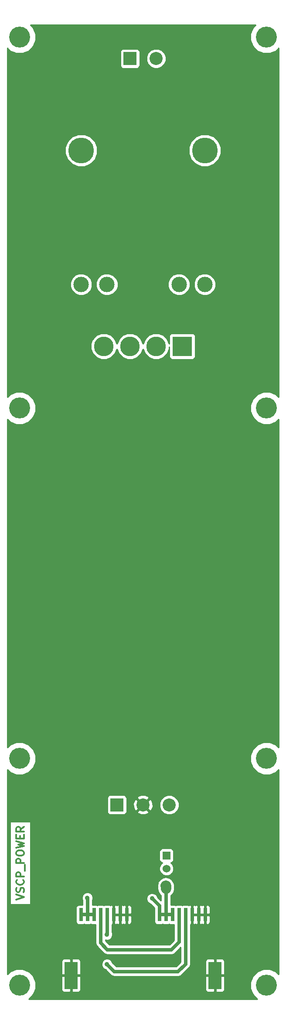
<source format=gtl>
G04 (created by PCBNEW (2013-may-18)-stable) date Sun 26 Oct 2014 10:24:33 PM CET*
%MOIN*%
G04 Gerber Fmt 3.4, Leading zero omitted, Abs format*
%FSLAX34Y34*%
G01*
G70*
G90*
G04 APERTURE LIST*
%ADD10C,0.00590551*%
%ADD11C,0.011811*%
%ADD12C,0.19685*%
%ADD13C,0.11811*%
%ADD14C,0.15*%
%ADD15R,0.15X0.15*%
%ADD16R,0.1X0.1*%
%ADD17C,0.1*%
%ADD18C,0.16*%
%ADD19R,0.0251968X0.1*%
%ADD20R,0.0996063X0.205118*%
%ADD21R,0.06X0.06*%
%ADD22C,0.06*%
%ADD23C,0.035*%
%ADD24C,0.0251968*%
%ADD25C,0.0787402*%
%ADD26C,0.01*%
G04 APERTURE END LIST*
G54D10*
G54D11*
X34404Y-96597D02*
X34994Y-96400D01*
X34404Y-96203D01*
X34966Y-96034D02*
X34994Y-95950D01*
X34994Y-95809D01*
X34966Y-95753D01*
X34938Y-95725D01*
X34882Y-95697D01*
X34826Y-95697D01*
X34769Y-95725D01*
X34741Y-95753D01*
X34713Y-95809D01*
X34685Y-95922D01*
X34657Y-95978D01*
X34629Y-96006D01*
X34573Y-96034D01*
X34516Y-96034D01*
X34460Y-96006D01*
X34432Y-95978D01*
X34404Y-95922D01*
X34404Y-95781D01*
X34432Y-95697D01*
X34938Y-95106D02*
X34966Y-95134D01*
X34994Y-95219D01*
X34994Y-95275D01*
X34966Y-95359D01*
X34910Y-95416D01*
X34854Y-95444D01*
X34741Y-95472D01*
X34657Y-95472D01*
X34544Y-95444D01*
X34488Y-95416D01*
X34432Y-95359D01*
X34404Y-95275D01*
X34404Y-95219D01*
X34432Y-95134D01*
X34460Y-95106D01*
X34994Y-94853D02*
X34404Y-94853D01*
X34404Y-94628D01*
X34432Y-94572D01*
X34460Y-94544D01*
X34516Y-94516D01*
X34601Y-94516D01*
X34657Y-94544D01*
X34685Y-94572D01*
X34713Y-94628D01*
X34713Y-94853D01*
X35051Y-94403D02*
X35051Y-93953D01*
X34994Y-93813D02*
X34404Y-93813D01*
X34404Y-93588D01*
X34432Y-93532D01*
X34460Y-93503D01*
X34516Y-93475D01*
X34601Y-93475D01*
X34657Y-93503D01*
X34685Y-93532D01*
X34713Y-93588D01*
X34713Y-93813D01*
X34404Y-93110D02*
X34404Y-92997D01*
X34432Y-92941D01*
X34488Y-92885D01*
X34601Y-92857D01*
X34798Y-92857D01*
X34910Y-92885D01*
X34966Y-92941D01*
X34994Y-92997D01*
X34994Y-93110D01*
X34966Y-93166D01*
X34910Y-93222D01*
X34798Y-93250D01*
X34601Y-93250D01*
X34488Y-93222D01*
X34432Y-93166D01*
X34404Y-93110D01*
X34404Y-92660D02*
X34994Y-92519D01*
X34573Y-92407D01*
X34994Y-92294D01*
X34404Y-92154D01*
X34685Y-91929D02*
X34685Y-91732D01*
X34994Y-91647D02*
X34994Y-91929D01*
X34404Y-91929D01*
X34404Y-91647D01*
X34994Y-91057D02*
X34713Y-91254D01*
X34994Y-91394D02*
X34404Y-91394D01*
X34404Y-91169D01*
X34432Y-91113D01*
X34460Y-91085D01*
X34516Y-91057D01*
X34601Y-91057D01*
X34657Y-91085D01*
X34685Y-91113D01*
X34713Y-91169D01*
X34713Y-91394D01*
G54D12*
X39370Y-39370D03*
X48818Y-39370D03*
G54D13*
X39370Y-49606D03*
X41338Y-49606D03*
X48818Y-49606D03*
X46850Y-49606D03*
G54D14*
X45094Y-54330D03*
X43094Y-54330D03*
G54D15*
X47094Y-54330D03*
G54D14*
X41094Y-54330D03*
G54D16*
X42094Y-89370D03*
G54D17*
X44094Y-89370D03*
X46094Y-89370D03*
G54D16*
X43094Y-32350D03*
G54D17*
X45094Y-32350D03*
G54D18*
X34645Y-59055D03*
X53543Y-59055D03*
X34645Y-85826D03*
X53543Y-85826D03*
G54D19*
X41344Y-97751D03*
X41844Y-97751D03*
X42344Y-97751D03*
X42844Y-97751D03*
X40844Y-97751D03*
X40344Y-97751D03*
X39844Y-97751D03*
X39344Y-97751D03*
X45344Y-97751D03*
X45844Y-97751D03*
X46344Y-97751D03*
X46844Y-97751D03*
X47344Y-97751D03*
X47844Y-97751D03*
X48344Y-97751D03*
X48844Y-97751D03*
G54D20*
X38594Y-102395D03*
X49594Y-102395D03*
G54D18*
X53543Y-30708D03*
G54D21*
X45893Y-93240D03*
G54D22*
X45893Y-94240D03*
G54D18*
X34645Y-30708D03*
X34645Y-103149D03*
X53543Y-103149D03*
G54D23*
X42338Y-95338D03*
X39838Y-96464D03*
X44791Y-96523D03*
X45838Y-95531D03*
X41342Y-99275D03*
X41338Y-101551D03*
G54D24*
X42344Y-97751D02*
X42344Y-95757D01*
G54D25*
X42338Y-95338D02*
X42338Y-95751D01*
G54D24*
X42344Y-95757D02*
X42338Y-95751D01*
X46844Y-97751D02*
X46844Y-99852D01*
X40844Y-99915D02*
X40844Y-97751D01*
X41358Y-100429D02*
X40844Y-99915D01*
X46267Y-100429D02*
X41358Y-100429D01*
X46844Y-99852D02*
X46267Y-100429D01*
X45344Y-97751D02*
X45344Y-97076D01*
X39844Y-96470D02*
X39844Y-97751D01*
X39838Y-96464D02*
X39844Y-96470D01*
X45344Y-97076D02*
X44791Y-96523D01*
X45844Y-97751D02*
X45844Y-95785D01*
G54D26*
X45844Y-95785D02*
X45850Y-95779D01*
G54D25*
X45850Y-95543D02*
X45850Y-95779D01*
X45838Y-95531D02*
X45850Y-95543D01*
G54D24*
X45844Y-97751D02*
X46344Y-97751D01*
X45844Y-97751D02*
X45344Y-97751D01*
X39844Y-97751D02*
X40344Y-97751D01*
X39344Y-97751D02*
X39844Y-97751D01*
X47344Y-97751D02*
X47344Y-101529D01*
X41344Y-99273D02*
X41344Y-97751D01*
X41342Y-99275D02*
X41344Y-99273D01*
X41889Y-102102D02*
X41338Y-101551D01*
X46771Y-102102D02*
X41889Y-102102D01*
X47344Y-101529D02*
X46771Y-102102D01*
G54D10*
G36*
X54457Y-102305D02*
X54248Y-102095D01*
X53791Y-101906D01*
X53297Y-101905D01*
X52839Y-102094D01*
X52489Y-102444D01*
X52299Y-102901D01*
X52299Y-103395D01*
X52488Y-103853D01*
X52832Y-104197D01*
X50342Y-104197D01*
X50342Y-103371D01*
X50342Y-101419D01*
X50342Y-101320D01*
X50304Y-101228D01*
X50233Y-101158D01*
X50142Y-101120D01*
X50053Y-101120D01*
X50053Y-39125D01*
X49865Y-38671D01*
X49518Y-38324D01*
X49065Y-38136D01*
X48574Y-38135D01*
X48120Y-38323D01*
X47773Y-38670D01*
X47584Y-39123D01*
X47584Y-39614D01*
X47771Y-40068D01*
X48118Y-40415D01*
X48572Y-40604D01*
X49063Y-40604D01*
X49517Y-40417D01*
X49864Y-40070D01*
X50052Y-39616D01*
X50053Y-39125D01*
X50053Y-101120D01*
X49706Y-101120D01*
X49659Y-101167D01*
X49659Y-49439D01*
X49531Y-49130D01*
X49295Y-48894D01*
X48986Y-48765D01*
X48652Y-48765D01*
X48343Y-48893D01*
X48106Y-49129D01*
X47978Y-49438D01*
X47978Y-49772D01*
X48105Y-50081D01*
X48342Y-50318D01*
X48650Y-50446D01*
X48985Y-50446D01*
X49294Y-50319D01*
X49531Y-50083D01*
X49659Y-49774D01*
X49659Y-49439D01*
X49659Y-101167D01*
X49644Y-101182D01*
X49644Y-102345D01*
X50280Y-102345D01*
X50342Y-102283D01*
X50342Y-101419D01*
X50342Y-103371D01*
X50342Y-102508D01*
X50280Y-102445D01*
X49644Y-102445D01*
X49644Y-103608D01*
X49706Y-103671D01*
X50142Y-103671D01*
X50233Y-103633D01*
X50304Y-103563D01*
X50342Y-103471D01*
X50342Y-103371D01*
X50342Y-104197D01*
X49544Y-104197D01*
X49544Y-103608D01*
X49544Y-102445D01*
X49544Y-102345D01*
X49544Y-101182D01*
X49481Y-101120D01*
X49220Y-101120D01*
X49220Y-98202D01*
X49220Y-97301D01*
X49220Y-97202D01*
X49182Y-97110D01*
X49111Y-97039D01*
X49019Y-97001D01*
X48956Y-97001D01*
X48894Y-97064D01*
X48894Y-97701D01*
X49157Y-97701D01*
X49220Y-97639D01*
X49220Y-97301D01*
X49220Y-98202D01*
X49220Y-97864D01*
X49157Y-97801D01*
X48894Y-97801D01*
X48894Y-98439D01*
X48956Y-98501D01*
X49019Y-98502D01*
X49111Y-98464D01*
X49182Y-98393D01*
X49220Y-98301D01*
X49220Y-98202D01*
X49220Y-101120D01*
X49046Y-101120D01*
X48955Y-101158D01*
X48884Y-101228D01*
X48846Y-101320D01*
X48846Y-101419D01*
X48846Y-102283D01*
X48908Y-102345D01*
X49544Y-102345D01*
X49544Y-102445D01*
X48908Y-102445D01*
X48846Y-102508D01*
X48846Y-103371D01*
X48846Y-103471D01*
X48884Y-103563D01*
X48955Y-103633D01*
X49046Y-103671D01*
X49481Y-103671D01*
X49544Y-103608D01*
X49544Y-104197D01*
X48794Y-104196D01*
X48794Y-98439D01*
X48794Y-97801D01*
X48794Y-97701D01*
X48794Y-97064D01*
X48731Y-97001D01*
X48668Y-97001D01*
X48594Y-97032D01*
X48519Y-97001D01*
X48456Y-97001D01*
X48394Y-97064D01*
X48394Y-97701D01*
X48531Y-97701D01*
X48657Y-97701D01*
X48794Y-97701D01*
X48794Y-97801D01*
X48657Y-97801D01*
X48531Y-97801D01*
X48394Y-97801D01*
X48394Y-98439D01*
X48456Y-98501D01*
X48519Y-98502D01*
X48594Y-98471D01*
X48668Y-98502D01*
X48731Y-98501D01*
X48794Y-98439D01*
X48794Y-104196D01*
X48294Y-104196D01*
X48294Y-98439D01*
X48294Y-97801D01*
X48294Y-97701D01*
X48294Y-97064D01*
X48231Y-97001D01*
X48168Y-97001D01*
X48094Y-97032D01*
X48094Y-55031D01*
X48094Y-53531D01*
X48056Y-53439D01*
X47986Y-53368D01*
X47894Y-53330D01*
X47794Y-53330D01*
X47691Y-53330D01*
X47691Y-49439D01*
X47563Y-49130D01*
X47327Y-48894D01*
X47018Y-48765D01*
X46683Y-48765D01*
X46374Y-48893D01*
X46138Y-49129D01*
X46009Y-49438D01*
X46009Y-49772D01*
X46137Y-50081D01*
X46373Y-50318D01*
X46682Y-50446D01*
X47016Y-50446D01*
X47325Y-50319D01*
X47562Y-50083D01*
X47690Y-49774D01*
X47691Y-49439D01*
X47691Y-53330D01*
X46294Y-53330D01*
X46203Y-53368D01*
X46132Y-53438D01*
X46094Y-53530D01*
X46094Y-53630D01*
X46094Y-54132D01*
X45942Y-53764D01*
X45844Y-53666D01*
X45844Y-32201D01*
X45730Y-31926D01*
X45519Y-31714D01*
X45244Y-31600D01*
X44945Y-31600D01*
X44670Y-31714D01*
X44459Y-31924D01*
X44344Y-32200D01*
X44344Y-32498D01*
X44458Y-32774D01*
X44669Y-32985D01*
X44944Y-33100D01*
X45243Y-33100D01*
X45518Y-32986D01*
X45729Y-32775D01*
X45844Y-32500D01*
X45844Y-32201D01*
X45844Y-53666D01*
X45661Y-53483D01*
X45294Y-53330D01*
X44896Y-53330D01*
X44528Y-53482D01*
X44247Y-53763D01*
X44094Y-54130D01*
X44094Y-54132D01*
X43942Y-53764D01*
X43844Y-53666D01*
X43844Y-32800D01*
X43844Y-31800D01*
X43806Y-31708D01*
X43736Y-31638D01*
X43644Y-31600D01*
X43544Y-31600D01*
X42544Y-31600D01*
X42453Y-31638D01*
X42382Y-31708D01*
X42344Y-31800D01*
X42344Y-31899D01*
X42344Y-32899D01*
X42382Y-32991D01*
X42452Y-33062D01*
X42544Y-33100D01*
X42643Y-33100D01*
X43643Y-33100D01*
X43735Y-33062D01*
X43806Y-32992D01*
X43844Y-32900D01*
X43844Y-32800D01*
X43844Y-53666D01*
X43661Y-53483D01*
X43294Y-53330D01*
X42896Y-53330D01*
X42528Y-53482D01*
X42247Y-53763D01*
X42179Y-53927D01*
X42179Y-49439D01*
X42051Y-49130D01*
X41815Y-48894D01*
X41506Y-48765D01*
X41172Y-48765D01*
X40863Y-48893D01*
X40626Y-49129D01*
X40604Y-49182D01*
X40604Y-39125D01*
X40417Y-38671D01*
X40070Y-38324D01*
X39616Y-38136D01*
X39125Y-38135D01*
X38671Y-38323D01*
X38324Y-38670D01*
X38136Y-39123D01*
X38135Y-39614D01*
X38323Y-40068D01*
X38670Y-40415D01*
X39123Y-40604D01*
X39614Y-40604D01*
X40068Y-40417D01*
X40415Y-40070D01*
X40604Y-39616D01*
X40604Y-39125D01*
X40604Y-49182D01*
X40498Y-49438D01*
X40497Y-49772D01*
X40625Y-50081D01*
X40861Y-50318D01*
X41170Y-50446D01*
X41505Y-50446D01*
X41814Y-50319D01*
X42050Y-50083D01*
X42178Y-49774D01*
X42179Y-49439D01*
X42179Y-53927D01*
X42094Y-54130D01*
X42094Y-54132D01*
X41942Y-53764D01*
X41661Y-53483D01*
X41294Y-53330D01*
X40896Y-53330D01*
X40528Y-53482D01*
X40247Y-53763D01*
X40210Y-53851D01*
X40210Y-49439D01*
X40083Y-49130D01*
X39846Y-48894D01*
X39538Y-48765D01*
X39203Y-48765D01*
X38894Y-48893D01*
X38657Y-49129D01*
X38529Y-49438D01*
X38529Y-49772D01*
X38657Y-50081D01*
X38893Y-50318D01*
X39202Y-50446D01*
X39536Y-50446D01*
X39845Y-50319D01*
X40082Y-50083D01*
X40210Y-49774D01*
X40210Y-49439D01*
X40210Y-53851D01*
X40094Y-54130D01*
X40094Y-54528D01*
X40246Y-54896D01*
X40527Y-55177D01*
X40894Y-55330D01*
X41292Y-55330D01*
X41660Y-55178D01*
X41941Y-54897D01*
X42094Y-54530D01*
X42094Y-54528D01*
X42246Y-54896D01*
X42527Y-55177D01*
X42894Y-55330D01*
X43292Y-55330D01*
X43660Y-55178D01*
X43941Y-54897D01*
X44094Y-54530D01*
X44094Y-54528D01*
X44246Y-54896D01*
X44527Y-55177D01*
X44894Y-55330D01*
X45292Y-55330D01*
X45660Y-55178D01*
X45941Y-54897D01*
X46094Y-54530D01*
X46094Y-54380D01*
X46094Y-55130D01*
X46132Y-55222D01*
X46202Y-55292D01*
X46294Y-55330D01*
X46393Y-55330D01*
X47893Y-55330D01*
X47985Y-55292D01*
X48056Y-55222D01*
X48094Y-55130D01*
X48094Y-55031D01*
X48094Y-97032D01*
X48094Y-97032D01*
X48019Y-97001D01*
X47956Y-97001D01*
X47894Y-97064D01*
X47894Y-97701D01*
X48031Y-97701D01*
X48157Y-97701D01*
X48294Y-97701D01*
X48294Y-97801D01*
X48157Y-97801D01*
X48031Y-97801D01*
X47894Y-97801D01*
X47894Y-98439D01*
X47956Y-98501D01*
X48019Y-98502D01*
X48094Y-98471D01*
X48168Y-98502D01*
X48231Y-98501D01*
X48294Y-98439D01*
X48294Y-104196D01*
X47794Y-104196D01*
X47794Y-98439D01*
X47794Y-97801D01*
X47786Y-97801D01*
X47786Y-97701D01*
X47794Y-97701D01*
X47794Y-97064D01*
X47731Y-97001D01*
X47668Y-97001D01*
X47594Y-97032D01*
X47520Y-97002D01*
X47420Y-97001D01*
X47168Y-97001D01*
X47094Y-97032D01*
X47020Y-97002D01*
X46920Y-97001D01*
X46844Y-97001D01*
X46844Y-89221D01*
X46730Y-88945D01*
X46519Y-88734D01*
X46244Y-88620D01*
X45945Y-88619D01*
X45670Y-88733D01*
X45459Y-88944D01*
X45344Y-89220D01*
X45344Y-89518D01*
X45458Y-89794D01*
X45669Y-90005D01*
X45944Y-90119D01*
X46243Y-90120D01*
X46518Y-90006D01*
X46729Y-89795D01*
X46844Y-89519D01*
X46844Y-89221D01*
X46844Y-97001D01*
X46668Y-97001D01*
X46594Y-97032D01*
X46520Y-97002D01*
X46420Y-97001D01*
X46220Y-97001D01*
X46220Y-96291D01*
X46305Y-96234D01*
X46445Y-96025D01*
X46494Y-95779D01*
X46494Y-95543D01*
X46445Y-95296D01*
X46445Y-95296D01*
X46443Y-95295D01*
X46443Y-94131D01*
X46360Y-93929D01*
X46221Y-93790D01*
X46243Y-93790D01*
X46335Y-93752D01*
X46405Y-93681D01*
X46443Y-93590D01*
X46443Y-93490D01*
X46443Y-92890D01*
X46405Y-92798D01*
X46335Y-92728D01*
X46243Y-92690D01*
X46144Y-92690D01*
X45544Y-92690D01*
X45452Y-92728D01*
X45381Y-92798D01*
X45343Y-92890D01*
X45343Y-92989D01*
X45343Y-93589D01*
X45381Y-93681D01*
X45451Y-93751D01*
X45543Y-93790D01*
X45566Y-93790D01*
X45427Y-93928D01*
X45343Y-94130D01*
X45343Y-94349D01*
X45427Y-94551D01*
X45581Y-94706D01*
X45783Y-94790D01*
X46002Y-94790D01*
X46204Y-94706D01*
X46359Y-94552D01*
X46443Y-94350D01*
X46443Y-94131D01*
X46443Y-95295D01*
X46305Y-95088D01*
X46305Y-95088D01*
X46293Y-95076D01*
X46084Y-94936D01*
X45838Y-94887D01*
X45592Y-94936D01*
X45383Y-95076D01*
X45243Y-95285D01*
X45194Y-95531D01*
X45206Y-95590D01*
X45206Y-95779D01*
X45255Y-96025D01*
X45395Y-96234D01*
X45468Y-96283D01*
X45468Y-96669D01*
X45200Y-96401D01*
X45151Y-96283D01*
X45032Y-96163D01*
X44876Y-96098D01*
X44848Y-96098D01*
X44848Y-89499D01*
X44840Y-89201D01*
X44741Y-88962D01*
X44625Y-88910D01*
X44554Y-88980D01*
X44554Y-88839D01*
X44502Y-88723D01*
X44224Y-88616D01*
X43925Y-88624D01*
X43686Y-88723D01*
X43634Y-88839D01*
X44094Y-89299D01*
X44554Y-88839D01*
X44554Y-88980D01*
X44165Y-89370D01*
X44625Y-89829D01*
X44741Y-89778D01*
X44848Y-89499D01*
X44848Y-96098D01*
X44707Y-96098D01*
X44554Y-96161D01*
X44554Y-89900D01*
X44094Y-89440D01*
X44023Y-89511D01*
X44023Y-89370D01*
X43563Y-88910D01*
X43447Y-88962D01*
X43340Y-89240D01*
X43348Y-89538D01*
X43447Y-89778D01*
X43563Y-89829D01*
X44023Y-89370D01*
X44023Y-89511D01*
X43634Y-89900D01*
X43686Y-90016D01*
X43964Y-90123D01*
X44263Y-90115D01*
X44502Y-90016D01*
X44554Y-89900D01*
X44554Y-96161D01*
X44550Y-96163D01*
X44431Y-96282D01*
X44366Y-96438D01*
X44366Y-96607D01*
X44430Y-96764D01*
X44550Y-96883D01*
X44669Y-96933D01*
X44968Y-97232D01*
X44968Y-97251D01*
X44968Y-97301D01*
X44968Y-98301D01*
X45006Y-98393D01*
X45076Y-98463D01*
X45168Y-98501D01*
X45268Y-98502D01*
X45519Y-98502D01*
X45594Y-98471D01*
X45668Y-98501D01*
X45768Y-98502D01*
X46019Y-98502D01*
X46094Y-98471D01*
X46168Y-98501D01*
X46268Y-98502D01*
X46468Y-98502D01*
X46468Y-99696D01*
X46111Y-100053D01*
X43220Y-100053D01*
X43220Y-98202D01*
X43220Y-97301D01*
X43220Y-97202D01*
X43182Y-97110D01*
X43111Y-97039D01*
X43019Y-97001D01*
X42956Y-97001D01*
X42894Y-97064D01*
X42894Y-97701D01*
X43157Y-97701D01*
X43220Y-97639D01*
X43220Y-97301D01*
X43220Y-98202D01*
X43220Y-97864D01*
X43157Y-97801D01*
X42894Y-97801D01*
X42894Y-98439D01*
X42956Y-98501D01*
X43019Y-98502D01*
X43111Y-98464D01*
X43182Y-98393D01*
X43220Y-98301D01*
X43220Y-98202D01*
X43220Y-100053D01*
X42844Y-100053D01*
X42844Y-89820D01*
X42844Y-88820D01*
X42806Y-88728D01*
X42736Y-88658D01*
X42644Y-88620D01*
X42544Y-88620D01*
X41544Y-88620D01*
X41453Y-88658D01*
X41382Y-88728D01*
X41344Y-88820D01*
X41344Y-88919D01*
X41344Y-89919D01*
X41382Y-90011D01*
X41452Y-90081D01*
X41544Y-90120D01*
X41643Y-90120D01*
X42643Y-90120D01*
X42735Y-90082D01*
X42806Y-90011D01*
X42844Y-89920D01*
X42844Y-89820D01*
X42844Y-100053D01*
X42794Y-100053D01*
X42794Y-98439D01*
X42794Y-97801D01*
X42794Y-97701D01*
X42794Y-97064D01*
X42731Y-97001D01*
X42668Y-97001D01*
X42594Y-97032D01*
X42519Y-97001D01*
X42456Y-97001D01*
X42394Y-97064D01*
X42394Y-97701D01*
X42531Y-97701D01*
X42657Y-97701D01*
X42794Y-97701D01*
X42794Y-97801D01*
X42657Y-97801D01*
X42531Y-97801D01*
X42394Y-97801D01*
X42394Y-98439D01*
X42456Y-98501D01*
X42519Y-98502D01*
X42594Y-98471D01*
X42668Y-98502D01*
X42731Y-98501D01*
X42794Y-98439D01*
X42794Y-100053D01*
X42294Y-100053D01*
X42294Y-98439D01*
X42294Y-97801D01*
X42294Y-97701D01*
X42294Y-97064D01*
X42231Y-97001D01*
X42168Y-97001D01*
X42094Y-97032D01*
X42019Y-97001D01*
X41956Y-97001D01*
X41894Y-97064D01*
X41894Y-97701D01*
X42031Y-97701D01*
X42157Y-97701D01*
X42294Y-97701D01*
X42294Y-97801D01*
X42157Y-97801D01*
X42031Y-97801D01*
X41894Y-97801D01*
X41894Y-98439D01*
X41956Y-98501D01*
X42019Y-98502D01*
X42094Y-98471D01*
X42168Y-98502D01*
X42231Y-98501D01*
X42294Y-98439D01*
X42294Y-100053D01*
X41514Y-100053D01*
X41220Y-99759D01*
X41220Y-99685D01*
X41257Y-99700D01*
X41426Y-99700D01*
X41582Y-99636D01*
X41702Y-99516D01*
X41767Y-99360D01*
X41767Y-99191D01*
X41720Y-99077D01*
X41720Y-98501D01*
X41731Y-98501D01*
X41794Y-98439D01*
X41794Y-97801D01*
X41786Y-97801D01*
X41786Y-97701D01*
X41794Y-97701D01*
X41794Y-97064D01*
X41731Y-97001D01*
X41668Y-97001D01*
X41594Y-97032D01*
X41520Y-97002D01*
X41420Y-97001D01*
X41168Y-97001D01*
X41094Y-97032D01*
X41020Y-97002D01*
X40920Y-97001D01*
X40668Y-97001D01*
X40594Y-97032D01*
X40520Y-97002D01*
X40420Y-97001D01*
X40220Y-97001D01*
X40220Y-96653D01*
X40263Y-96549D01*
X40263Y-96380D01*
X40199Y-96224D01*
X40079Y-96104D01*
X39923Y-96039D01*
X39754Y-96039D01*
X39598Y-96104D01*
X39478Y-96223D01*
X39413Y-96379D01*
X39413Y-96548D01*
X39468Y-96681D01*
X39468Y-97001D01*
X39420Y-97001D01*
X39168Y-97001D01*
X39077Y-97039D01*
X39006Y-97110D01*
X38968Y-97202D01*
X38968Y-97301D01*
X38968Y-98301D01*
X39006Y-98393D01*
X39076Y-98463D01*
X39168Y-98501D01*
X39268Y-98502D01*
X39519Y-98502D01*
X39594Y-98471D01*
X39668Y-98501D01*
X39768Y-98502D01*
X40019Y-98502D01*
X40094Y-98471D01*
X40168Y-98501D01*
X40268Y-98502D01*
X40468Y-98502D01*
X40468Y-99915D01*
X40497Y-100059D01*
X40578Y-100181D01*
X41092Y-100694D01*
X41092Y-100694D01*
X41214Y-100776D01*
X41358Y-100805D01*
X46267Y-100805D01*
X46411Y-100776D01*
X46411Y-100776D01*
X46533Y-100694D01*
X46968Y-100260D01*
X46968Y-101373D01*
X46615Y-101726D01*
X42045Y-101726D01*
X41747Y-101428D01*
X41699Y-101310D01*
X41579Y-101191D01*
X41423Y-101126D01*
X41254Y-101126D01*
X41098Y-101190D01*
X40978Y-101310D01*
X40913Y-101466D01*
X40913Y-101635D01*
X40978Y-101791D01*
X41097Y-101911D01*
X41216Y-101960D01*
X41623Y-102368D01*
X41623Y-102368D01*
X41745Y-102449D01*
X41889Y-102478D01*
X41889Y-102478D01*
X46771Y-102478D01*
X46915Y-102449D01*
X46915Y-102449D01*
X47037Y-102368D01*
X47610Y-101795D01*
X47610Y-101795D01*
X47610Y-101795D01*
X47691Y-101673D01*
X47720Y-101529D01*
X47720Y-101529D01*
X47720Y-101529D01*
X47720Y-98501D01*
X47731Y-98501D01*
X47794Y-98439D01*
X47794Y-104196D01*
X39342Y-104195D01*
X39342Y-103371D01*
X39342Y-101419D01*
X39342Y-101320D01*
X39304Y-101228D01*
X39233Y-101158D01*
X39142Y-101120D01*
X38706Y-101120D01*
X38644Y-101182D01*
X38644Y-102345D01*
X39280Y-102345D01*
X39342Y-102283D01*
X39342Y-101419D01*
X39342Y-103371D01*
X39342Y-102508D01*
X39280Y-102445D01*
X38644Y-102445D01*
X38644Y-103608D01*
X38706Y-103671D01*
X39142Y-103671D01*
X39233Y-103633D01*
X39304Y-103563D01*
X39342Y-103471D01*
X39342Y-103371D01*
X39342Y-104195D01*
X38544Y-104195D01*
X38544Y-103608D01*
X38544Y-102445D01*
X38544Y-102345D01*
X38544Y-101182D01*
X38481Y-101120D01*
X38046Y-101120D01*
X37955Y-101158D01*
X37884Y-101228D01*
X37846Y-101320D01*
X37846Y-101419D01*
X37846Y-102283D01*
X37908Y-102345D01*
X38544Y-102345D01*
X38544Y-102445D01*
X37908Y-102445D01*
X37846Y-102508D01*
X37846Y-103371D01*
X37846Y-103471D01*
X37884Y-103563D01*
X37955Y-103633D01*
X38046Y-103671D01*
X38481Y-103671D01*
X38544Y-103608D01*
X38544Y-104195D01*
X35359Y-104194D01*
X35699Y-103855D01*
X35889Y-103398D01*
X35889Y-102903D01*
X35700Y-102446D01*
X35478Y-102223D01*
X35478Y-96962D01*
X35478Y-90635D01*
X33915Y-90635D01*
X33915Y-96962D01*
X35478Y-96962D01*
X35478Y-102223D01*
X35351Y-102095D01*
X34894Y-101906D01*
X34399Y-101905D01*
X33942Y-102094D01*
X33734Y-102301D01*
X33734Y-86674D01*
X33940Y-86880D01*
X34397Y-87070D01*
X34891Y-87070D01*
X35349Y-86881D01*
X35699Y-86532D01*
X35889Y-86075D01*
X35889Y-85580D01*
X35700Y-85123D01*
X35351Y-84773D01*
X34894Y-84583D01*
X34399Y-84582D01*
X33942Y-84771D01*
X33734Y-84979D01*
X33732Y-59900D01*
X33940Y-60108D01*
X34397Y-60298D01*
X34891Y-60299D01*
X35349Y-60110D01*
X35699Y-59760D01*
X35889Y-59303D01*
X35889Y-58808D01*
X35700Y-58351D01*
X35351Y-58001D01*
X34894Y-57811D01*
X34399Y-57811D01*
X33942Y-58000D01*
X33732Y-58209D01*
X33731Y-31552D01*
X33940Y-31762D01*
X34397Y-31952D01*
X34891Y-31952D01*
X35349Y-31763D01*
X35699Y-31414D01*
X35889Y-30957D01*
X35889Y-30462D01*
X35700Y-30005D01*
X35485Y-29789D01*
X52706Y-29786D01*
X52489Y-30003D01*
X52299Y-30460D01*
X52299Y-30954D01*
X52488Y-31412D01*
X52837Y-31762D01*
X53294Y-31952D01*
X53789Y-31952D01*
X54246Y-31763D01*
X54450Y-31560D01*
X54453Y-58206D01*
X54248Y-58001D01*
X53791Y-57811D01*
X53297Y-57811D01*
X52839Y-58000D01*
X52489Y-58349D01*
X52299Y-58806D01*
X52299Y-59301D01*
X52488Y-59758D01*
X52837Y-60108D01*
X53294Y-60298D01*
X53789Y-60299D01*
X54246Y-60110D01*
X54453Y-59904D01*
X54455Y-84980D01*
X54248Y-84773D01*
X53791Y-84583D01*
X53297Y-84582D01*
X52839Y-84771D01*
X52489Y-85121D01*
X52299Y-85578D01*
X52299Y-86073D01*
X52488Y-86530D01*
X52837Y-86880D01*
X53294Y-87070D01*
X53789Y-87070D01*
X54246Y-86881D01*
X54456Y-86672D01*
X54457Y-102305D01*
X54457Y-102305D01*
G37*
G54D26*
X54457Y-102305D02*
X54248Y-102095D01*
X53791Y-101906D01*
X53297Y-101905D01*
X52839Y-102094D01*
X52489Y-102444D01*
X52299Y-102901D01*
X52299Y-103395D01*
X52488Y-103853D01*
X52832Y-104197D01*
X50342Y-104197D01*
X50342Y-103371D01*
X50342Y-101419D01*
X50342Y-101320D01*
X50304Y-101228D01*
X50233Y-101158D01*
X50142Y-101120D01*
X50053Y-101120D01*
X50053Y-39125D01*
X49865Y-38671D01*
X49518Y-38324D01*
X49065Y-38136D01*
X48574Y-38135D01*
X48120Y-38323D01*
X47773Y-38670D01*
X47584Y-39123D01*
X47584Y-39614D01*
X47771Y-40068D01*
X48118Y-40415D01*
X48572Y-40604D01*
X49063Y-40604D01*
X49517Y-40417D01*
X49864Y-40070D01*
X50052Y-39616D01*
X50053Y-39125D01*
X50053Y-101120D01*
X49706Y-101120D01*
X49659Y-101167D01*
X49659Y-49439D01*
X49531Y-49130D01*
X49295Y-48894D01*
X48986Y-48765D01*
X48652Y-48765D01*
X48343Y-48893D01*
X48106Y-49129D01*
X47978Y-49438D01*
X47978Y-49772D01*
X48105Y-50081D01*
X48342Y-50318D01*
X48650Y-50446D01*
X48985Y-50446D01*
X49294Y-50319D01*
X49531Y-50083D01*
X49659Y-49774D01*
X49659Y-49439D01*
X49659Y-101167D01*
X49644Y-101182D01*
X49644Y-102345D01*
X50280Y-102345D01*
X50342Y-102283D01*
X50342Y-101419D01*
X50342Y-103371D01*
X50342Y-102508D01*
X50280Y-102445D01*
X49644Y-102445D01*
X49644Y-103608D01*
X49706Y-103671D01*
X50142Y-103671D01*
X50233Y-103633D01*
X50304Y-103563D01*
X50342Y-103471D01*
X50342Y-103371D01*
X50342Y-104197D01*
X49544Y-104197D01*
X49544Y-103608D01*
X49544Y-102445D01*
X49544Y-102345D01*
X49544Y-101182D01*
X49481Y-101120D01*
X49220Y-101120D01*
X49220Y-98202D01*
X49220Y-97301D01*
X49220Y-97202D01*
X49182Y-97110D01*
X49111Y-97039D01*
X49019Y-97001D01*
X48956Y-97001D01*
X48894Y-97064D01*
X48894Y-97701D01*
X49157Y-97701D01*
X49220Y-97639D01*
X49220Y-97301D01*
X49220Y-98202D01*
X49220Y-97864D01*
X49157Y-97801D01*
X48894Y-97801D01*
X48894Y-98439D01*
X48956Y-98501D01*
X49019Y-98502D01*
X49111Y-98464D01*
X49182Y-98393D01*
X49220Y-98301D01*
X49220Y-98202D01*
X49220Y-101120D01*
X49046Y-101120D01*
X48955Y-101158D01*
X48884Y-101228D01*
X48846Y-101320D01*
X48846Y-101419D01*
X48846Y-102283D01*
X48908Y-102345D01*
X49544Y-102345D01*
X49544Y-102445D01*
X48908Y-102445D01*
X48846Y-102508D01*
X48846Y-103371D01*
X48846Y-103471D01*
X48884Y-103563D01*
X48955Y-103633D01*
X49046Y-103671D01*
X49481Y-103671D01*
X49544Y-103608D01*
X49544Y-104197D01*
X48794Y-104196D01*
X48794Y-98439D01*
X48794Y-97801D01*
X48794Y-97701D01*
X48794Y-97064D01*
X48731Y-97001D01*
X48668Y-97001D01*
X48594Y-97032D01*
X48519Y-97001D01*
X48456Y-97001D01*
X48394Y-97064D01*
X48394Y-97701D01*
X48531Y-97701D01*
X48657Y-97701D01*
X48794Y-97701D01*
X48794Y-97801D01*
X48657Y-97801D01*
X48531Y-97801D01*
X48394Y-97801D01*
X48394Y-98439D01*
X48456Y-98501D01*
X48519Y-98502D01*
X48594Y-98471D01*
X48668Y-98502D01*
X48731Y-98501D01*
X48794Y-98439D01*
X48794Y-104196D01*
X48294Y-104196D01*
X48294Y-98439D01*
X48294Y-97801D01*
X48294Y-97701D01*
X48294Y-97064D01*
X48231Y-97001D01*
X48168Y-97001D01*
X48094Y-97032D01*
X48094Y-55031D01*
X48094Y-53531D01*
X48056Y-53439D01*
X47986Y-53368D01*
X47894Y-53330D01*
X47794Y-53330D01*
X47691Y-53330D01*
X47691Y-49439D01*
X47563Y-49130D01*
X47327Y-48894D01*
X47018Y-48765D01*
X46683Y-48765D01*
X46374Y-48893D01*
X46138Y-49129D01*
X46009Y-49438D01*
X46009Y-49772D01*
X46137Y-50081D01*
X46373Y-50318D01*
X46682Y-50446D01*
X47016Y-50446D01*
X47325Y-50319D01*
X47562Y-50083D01*
X47690Y-49774D01*
X47691Y-49439D01*
X47691Y-53330D01*
X46294Y-53330D01*
X46203Y-53368D01*
X46132Y-53438D01*
X46094Y-53530D01*
X46094Y-53630D01*
X46094Y-54132D01*
X45942Y-53764D01*
X45844Y-53666D01*
X45844Y-32201D01*
X45730Y-31926D01*
X45519Y-31714D01*
X45244Y-31600D01*
X44945Y-31600D01*
X44670Y-31714D01*
X44459Y-31924D01*
X44344Y-32200D01*
X44344Y-32498D01*
X44458Y-32774D01*
X44669Y-32985D01*
X44944Y-33100D01*
X45243Y-33100D01*
X45518Y-32986D01*
X45729Y-32775D01*
X45844Y-32500D01*
X45844Y-32201D01*
X45844Y-53666D01*
X45661Y-53483D01*
X45294Y-53330D01*
X44896Y-53330D01*
X44528Y-53482D01*
X44247Y-53763D01*
X44094Y-54130D01*
X44094Y-54132D01*
X43942Y-53764D01*
X43844Y-53666D01*
X43844Y-32800D01*
X43844Y-31800D01*
X43806Y-31708D01*
X43736Y-31638D01*
X43644Y-31600D01*
X43544Y-31600D01*
X42544Y-31600D01*
X42453Y-31638D01*
X42382Y-31708D01*
X42344Y-31800D01*
X42344Y-31899D01*
X42344Y-32899D01*
X42382Y-32991D01*
X42452Y-33062D01*
X42544Y-33100D01*
X42643Y-33100D01*
X43643Y-33100D01*
X43735Y-33062D01*
X43806Y-32992D01*
X43844Y-32900D01*
X43844Y-32800D01*
X43844Y-53666D01*
X43661Y-53483D01*
X43294Y-53330D01*
X42896Y-53330D01*
X42528Y-53482D01*
X42247Y-53763D01*
X42179Y-53927D01*
X42179Y-49439D01*
X42051Y-49130D01*
X41815Y-48894D01*
X41506Y-48765D01*
X41172Y-48765D01*
X40863Y-48893D01*
X40626Y-49129D01*
X40604Y-49182D01*
X40604Y-39125D01*
X40417Y-38671D01*
X40070Y-38324D01*
X39616Y-38136D01*
X39125Y-38135D01*
X38671Y-38323D01*
X38324Y-38670D01*
X38136Y-39123D01*
X38135Y-39614D01*
X38323Y-40068D01*
X38670Y-40415D01*
X39123Y-40604D01*
X39614Y-40604D01*
X40068Y-40417D01*
X40415Y-40070D01*
X40604Y-39616D01*
X40604Y-39125D01*
X40604Y-49182D01*
X40498Y-49438D01*
X40497Y-49772D01*
X40625Y-50081D01*
X40861Y-50318D01*
X41170Y-50446D01*
X41505Y-50446D01*
X41814Y-50319D01*
X42050Y-50083D01*
X42178Y-49774D01*
X42179Y-49439D01*
X42179Y-53927D01*
X42094Y-54130D01*
X42094Y-54132D01*
X41942Y-53764D01*
X41661Y-53483D01*
X41294Y-53330D01*
X40896Y-53330D01*
X40528Y-53482D01*
X40247Y-53763D01*
X40210Y-53851D01*
X40210Y-49439D01*
X40083Y-49130D01*
X39846Y-48894D01*
X39538Y-48765D01*
X39203Y-48765D01*
X38894Y-48893D01*
X38657Y-49129D01*
X38529Y-49438D01*
X38529Y-49772D01*
X38657Y-50081D01*
X38893Y-50318D01*
X39202Y-50446D01*
X39536Y-50446D01*
X39845Y-50319D01*
X40082Y-50083D01*
X40210Y-49774D01*
X40210Y-49439D01*
X40210Y-53851D01*
X40094Y-54130D01*
X40094Y-54528D01*
X40246Y-54896D01*
X40527Y-55177D01*
X40894Y-55330D01*
X41292Y-55330D01*
X41660Y-55178D01*
X41941Y-54897D01*
X42094Y-54530D01*
X42094Y-54528D01*
X42246Y-54896D01*
X42527Y-55177D01*
X42894Y-55330D01*
X43292Y-55330D01*
X43660Y-55178D01*
X43941Y-54897D01*
X44094Y-54530D01*
X44094Y-54528D01*
X44246Y-54896D01*
X44527Y-55177D01*
X44894Y-55330D01*
X45292Y-55330D01*
X45660Y-55178D01*
X45941Y-54897D01*
X46094Y-54530D01*
X46094Y-54380D01*
X46094Y-55130D01*
X46132Y-55222D01*
X46202Y-55292D01*
X46294Y-55330D01*
X46393Y-55330D01*
X47893Y-55330D01*
X47985Y-55292D01*
X48056Y-55222D01*
X48094Y-55130D01*
X48094Y-55031D01*
X48094Y-97032D01*
X48094Y-97032D01*
X48019Y-97001D01*
X47956Y-97001D01*
X47894Y-97064D01*
X47894Y-97701D01*
X48031Y-97701D01*
X48157Y-97701D01*
X48294Y-97701D01*
X48294Y-97801D01*
X48157Y-97801D01*
X48031Y-97801D01*
X47894Y-97801D01*
X47894Y-98439D01*
X47956Y-98501D01*
X48019Y-98502D01*
X48094Y-98471D01*
X48168Y-98502D01*
X48231Y-98501D01*
X48294Y-98439D01*
X48294Y-104196D01*
X47794Y-104196D01*
X47794Y-98439D01*
X47794Y-97801D01*
X47786Y-97801D01*
X47786Y-97701D01*
X47794Y-97701D01*
X47794Y-97064D01*
X47731Y-97001D01*
X47668Y-97001D01*
X47594Y-97032D01*
X47520Y-97002D01*
X47420Y-97001D01*
X47168Y-97001D01*
X47094Y-97032D01*
X47020Y-97002D01*
X46920Y-97001D01*
X46844Y-97001D01*
X46844Y-89221D01*
X46730Y-88945D01*
X46519Y-88734D01*
X46244Y-88620D01*
X45945Y-88619D01*
X45670Y-88733D01*
X45459Y-88944D01*
X45344Y-89220D01*
X45344Y-89518D01*
X45458Y-89794D01*
X45669Y-90005D01*
X45944Y-90119D01*
X46243Y-90120D01*
X46518Y-90006D01*
X46729Y-89795D01*
X46844Y-89519D01*
X46844Y-89221D01*
X46844Y-97001D01*
X46668Y-97001D01*
X46594Y-97032D01*
X46520Y-97002D01*
X46420Y-97001D01*
X46220Y-97001D01*
X46220Y-96291D01*
X46305Y-96234D01*
X46445Y-96025D01*
X46494Y-95779D01*
X46494Y-95543D01*
X46445Y-95296D01*
X46445Y-95296D01*
X46443Y-95295D01*
X46443Y-94131D01*
X46360Y-93929D01*
X46221Y-93790D01*
X46243Y-93790D01*
X46335Y-93752D01*
X46405Y-93681D01*
X46443Y-93590D01*
X46443Y-93490D01*
X46443Y-92890D01*
X46405Y-92798D01*
X46335Y-92728D01*
X46243Y-92690D01*
X46144Y-92690D01*
X45544Y-92690D01*
X45452Y-92728D01*
X45381Y-92798D01*
X45343Y-92890D01*
X45343Y-92989D01*
X45343Y-93589D01*
X45381Y-93681D01*
X45451Y-93751D01*
X45543Y-93790D01*
X45566Y-93790D01*
X45427Y-93928D01*
X45343Y-94130D01*
X45343Y-94349D01*
X45427Y-94551D01*
X45581Y-94706D01*
X45783Y-94790D01*
X46002Y-94790D01*
X46204Y-94706D01*
X46359Y-94552D01*
X46443Y-94350D01*
X46443Y-94131D01*
X46443Y-95295D01*
X46305Y-95088D01*
X46305Y-95088D01*
X46293Y-95076D01*
X46084Y-94936D01*
X45838Y-94887D01*
X45592Y-94936D01*
X45383Y-95076D01*
X45243Y-95285D01*
X45194Y-95531D01*
X45206Y-95590D01*
X45206Y-95779D01*
X45255Y-96025D01*
X45395Y-96234D01*
X45468Y-96283D01*
X45468Y-96669D01*
X45200Y-96401D01*
X45151Y-96283D01*
X45032Y-96163D01*
X44876Y-96098D01*
X44848Y-96098D01*
X44848Y-89499D01*
X44840Y-89201D01*
X44741Y-88962D01*
X44625Y-88910D01*
X44554Y-88980D01*
X44554Y-88839D01*
X44502Y-88723D01*
X44224Y-88616D01*
X43925Y-88624D01*
X43686Y-88723D01*
X43634Y-88839D01*
X44094Y-89299D01*
X44554Y-88839D01*
X44554Y-88980D01*
X44165Y-89370D01*
X44625Y-89829D01*
X44741Y-89778D01*
X44848Y-89499D01*
X44848Y-96098D01*
X44707Y-96098D01*
X44554Y-96161D01*
X44554Y-89900D01*
X44094Y-89440D01*
X44023Y-89511D01*
X44023Y-89370D01*
X43563Y-88910D01*
X43447Y-88962D01*
X43340Y-89240D01*
X43348Y-89538D01*
X43447Y-89778D01*
X43563Y-89829D01*
X44023Y-89370D01*
X44023Y-89511D01*
X43634Y-89900D01*
X43686Y-90016D01*
X43964Y-90123D01*
X44263Y-90115D01*
X44502Y-90016D01*
X44554Y-89900D01*
X44554Y-96161D01*
X44550Y-96163D01*
X44431Y-96282D01*
X44366Y-96438D01*
X44366Y-96607D01*
X44430Y-96764D01*
X44550Y-96883D01*
X44669Y-96933D01*
X44968Y-97232D01*
X44968Y-97251D01*
X44968Y-97301D01*
X44968Y-98301D01*
X45006Y-98393D01*
X45076Y-98463D01*
X45168Y-98501D01*
X45268Y-98502D01*
X45519Y-98502D01*
X45594Y-98471D01*
X45668Y-98501D01*
X45768Y-98502D01*
X46019Y-98502D01*
X46094Y-98471D01*
X46168Y-98501D01*
X46268Y-98502D01*
X46468Y-98502D01*
X46468Y-99696D01*
X46111Y-100053D01*
X43220Y-100053D01*
X43220Y-98202D01*
X43220Y-97301D01*
X43220Y-97202D01*
X43182Y-97110D01*
X43111Y-97039D01*
X43019Y-97001D01*
X42956Y-97001D01*
X42894Y-97064D01*
X42894Y-97701D01*
X43157Y-97701D01*
X43220Y-97639D01*
X43220Y-97301D01*
X43220Y-98202D01*
X43220Y-97864D01*
X43157Y-97801D01*
X42894Y-97801D01*
X42894Y-98439D01*
X42956Y-98501D01*
X43019Y-98502D01*
X43111Y-98464D01*
X43182Y-98393D01*
X43220Y-98301D01*
X43220Y-98202D01*
X43220Y-100053D01*
X42844Y-100053D01*
X42844Y-89820D01*
X42844Y-88820D01*
X42806Y-88728D01*
X42736Y-88658D01*
X42644Y-88620D01*
X42544Y-88620D01*
X41544Y-88620D01*
X41453Y-88658D01*
X41382Y-88728D01*
X41344Y-88820D01*
X41344Y-88919D01*
X41344Y-89919D01*
X41382Y-90011D01*
X41452Y-90081D01*
X41544Y-90120D01*
X41643Y-90120D01*
X42643Y-90120D01*
X42735Y-90082D01*
X42806Y-90011D01*
X42844Y-89920D01*
X42844Y-89820D01*
X42844Y-100053D01*
X42794Y-100053D01*
X42794Y-98439D01*
X42794Y-97801D01*
X42794Y-97701D01*
X42794Y-97064D01*
X42731Y-97001D01*
X42668Y-97001D01*
X42594Y-97032D01*
X42519Y-97001D01*
X42456Y-97001D01*
X42394Y-97064D01*
X42394Y-97701D01*
X42531Y-97701D01*
X42657Y-97701D01*
X42794Y-97701D01*
X42794Y-97801D01*
X42657Y-97801D01*
X42531Y-97801D01*
X42394Y-97801D01*
X42394Y-98439D01*
X42456Y-98501D01*
X42519Y-98502D01*
X42594Y-98471D01*
X42668Y-98502D01*
X42731Y-98501D01*
X42794Y-98439D01*
X42794Y-100053D01*
X42294Y-100053D01*
X42294Y-98439D01*
X42294Y-97801D01*
X42294Y-97701D01*
X42294Y-97064D01*
X42231Y-97001D01*
X42168Y-97001D01*
X42094Y-97032D01*
X42019Y-97001D01*
X41956Y-97001D01*
X41894Y-97064D01*
X41894Y-97701D01*
X42031Y-97701D01*
X42157Y-97701D01*
X42294Y-97701D01*
X42294Y-97801D01*
X42157Y-97801D01*
X42031Y-97801D01*
X41894Y-97801D01*
X41894Y-98439D01*
X41956Y-98501D01*
X42019Y-98502D01*
X42094Y-98471D01*
X42168Y-98502D01*
X42231Y-98501D01*
X42294Y-98439D01*
X42294Y-100053D01*
X41514Y-100053D01*
X41220Y-99759D01*
X41220Y-99685D01*
X41257Y-99700D01*
X41426Y-99700D01*
X41582Y-99636D01*
X41702Y-99516D01*
X41767Y-99360D01*
X41767Y-99191D01*
X41720Y-99077D01*
X41720Y-98501D01*
X41731Y-98501D01*
X41794Y-98439D01*
X41794Y-97801D01*
X41786Y-97801D01*
X41786Y-97701D01*
X41794Y-97701D01*
X41794Y-97064D01*
X41731Y-97001D01*
X41668Y-97001D01*
X41594Y-97032D01*
X41520Y-97002D01*
X41420Y-97001D01*
X41168Y-97001D01*
X41094Y-97032D01*
X41020Y-97002D01*
X40920Y-97001D01*
X40668Y-97001D01*
X40594Y-97032D01*
X40520Y-97002D01*
X40420Y-97001D01*
X40220Y-97001D01*
X40220Y-96653D01*
X40263Y-96549D01*
X40263Y-96380D01*
X40199Y-96224D01*
X40079Y-96104D01*
X39923Y-96039D01*
X39754Y-96039D01*
X39598Y-96104D01*
X39478Y-96223D01*
X39413Y-96379D01*
X39413Y-96548D01*
X39468Y-96681D01*
X39468Y-97001D01*
X39420Y-97001D01*
X39168Y-97001D01*
X39077Y-97039D01*
X39006Y-97110D01*
X38968Y-97202D01*
X38968Y-97301D01*
X38968Y-98301D01*
X39006Y-98393D01*
X39076Y-98463D01*
X39168Y-98501D01*
X39268Y-98502D01*
X39519Y-98502D01*
X39594Y-98471D01*
X39668Y-98501D01*
X39768Y-98502D01*
X40019Y-98502D01*
X40094Y-98471D01*
X40168Y-98501D01*
X40268Y-98502D01*
X40468Y-98502D01*
X40468Y-99915D01*
X40497Y-100059D01*
X40578Y-100181D01*
X41092Y-100694D01*
X41092Y-100694D01*
X41214Y-100776D01*
X41358Y-100805D01*
X46267Y-100805D01*
X46411Y-100776D01*
X46411Y-100776D01*
X46533Y-100694D01*
X46968Y-100260D01*
X46968Y-101373D01*
X46615Y-101726D01*
X42045Y-101726D01*
X41747Y-101428D01*
X41699Y-101310D01*
X41579Y-101191D01*
X41423Y-101126D01*
X41254Y-101126D01*
X41098Y-101190D01*
X40978Y-101310D01*
X40913Y-101466D01*
X40913Y-101635D01*
X40978Y-101791D01*
X41097Y-101911D01*
X41216Y-101960D01*
X41623Y-102368D01*
X41623Y-102368D01*
X41745Y-102449D01*
X41889Y-102478D01*
X41889Y-102478D01*
X46771Y-102478D01*
X46915Y-102449D01*
X46915Y-102449D01*
X47037Y-102368D01*
X47610Y-101795D01*
X47610Y-101795D01*
X47610Y-101795D01*
X47691Y-101673D01*
X47720Y-101529D01*
X47720Y-101529D01*
X47720Y-101529D01*
X47720Y-98501D01*
X47731Y-98501D01*
X47794Y-98439D01*
X47794Y-104196D01*
X39342Y-104195D01*
X39342Y-103371D01*
X39342Y-101419D01*
X39342Y-101320D01*
X39304Y-101228D01*
X39233Y-101158D01*
X39142Y-101120D01*
X38706Y-101120D01*
X38644Y-101182D01*
X38644Y-102345D01*
X39280Y-102345D01*
X39342Y-102283D01*
X39342Y-101419D01*
X39342Y-103371D01*
X39342Y-102508D01*
X39280Y-102445D01*
X38644Y-102445D01*
X38644Y-103608D01*
X38706Y-103671D01*
X39142Y-103671D01*
X39233Y-103633D01*
X39304Y-103563D01*
X39342Y-103471D01*
X39342Y-103371D01*
X39342Y-104195D01*
X38544Y-104195D01*
X38544Y-103608D01*
X38544Y-102445D01*
X38544Y-102345D01*
X38544Y-101182D01*
X38481Y-101120D01*
X38046Y-101120D01*
X37955Y-101158D01*
X37884Y-101228D01*
X37846Y-101320D01*
X37846Y-101419D01*
X37846Y-102283D01*
X37908Y-102345D01*
X38544Y-102345D01*
X38544Y-102445D01*
X37908Y-102445D01*
X37846Y-102508D01*
X37846Y-103371D01*
X37846Y-103471D01*
X37884Y-103563D01*
X37955Y-103633D01*
X38046Y-103671D01*
X38481Y-103671D01*
X38544Y-103608D01*
X38544Y-104195D01*
X35359Y-104194D01*
X35699Y-103855D01*
X35889Y-103398D01*
X35889Y-102903D01*
X35700Y-102446D01*
X35478Y-102223D01*
X35478Y-96962D01*
X35478Y-90635D01*
X33915Y-90635D01*
X33915Y-96962D01*
X35478Y-96962D01*
X35478Y-102223D01*
X35351Y-102095D01*
X34894Y-101906D01*
X34399Y-101905D01*
X33942Y-102094D01*
X33734Y-102301D01*
X33734Y-86674D01*
X33940Y-86880D01*
X34397Y-87070D01*
X34891Y-87070D01*
X35349Y-86881D01*
X35699Y-86532D01*
X35889Y-86075D01*
X35889Y-85580D01*
X35700Y-85123D01*
X35351Y-84773D01*
X34894Y-84583D01*
X34399Y-84582D01*
X33942Y-84771D01*
X33734Y-84979D01*
X33732Y-59900D01*
X33940Y-60108D01*
X34397Y-60298D01*
X34891Y-60299D01*
X35349Y-60110D01*
X35699Y-59760D01*
X35889Y-59303D01*
X35889Y-58808D01*
X35700Y-58351D01*
X35351Y-58001D01*
X34894Y-57811D01*
X34399Y-57811D01*
X33942Y-58000D01*
X33732Y-58209D01*
X33731Y-31552D01*
X33940Y-31762D01*
X34397Y-31952D01*
X34891Y-31952D01*
X35349Y-31763D01*
X35699Y-31414D01*
X35889Y-30957D01*
X35889Y-30462D01*
X35700Y-30005D01*
X35485Y-29789D01*
X52706Y-29786D01*
X52489Y-30003D01*
X52299Y-30460D01*
X52299Y-30954D01*
X52488Y-31412D01*
X52837Y-31762D01*
X53294Y-31952D01*
X53789Y-31952D01*
X54246Y-31763D01*
X54450Y-31560D01*
X54453Y-58206D01*
X54248Y-58001D01*
X53791Y-57811D01*
X53297Y-57811D01*
X52839Y-58000D01*
X52489Y-58349D01*
X52299Y-58806D01*
X52299Y-59301D01*
X52488Y-59758D01*
X52837Y-60108D01*
X53294Y-60298D01*
X53789Y-60299D01*
X54246Y-60110D01*
X54453Y-59904D01*
X54455Y-84980D01*
X54248Y-84773D01*
X53791Y-84583D01*
X53297Y-84582D01*
X52839Y-84771D01*
X52489Y-85121D01*
X52299Y-85578D01*
X52299Y-86073D01*
X52488Y-86530D01*
X52837Y-86880D01*
X53294Y-87070D01*
X53789Y-87070D01*
X54246Y-86881D01*
X54456Y-86672D01*
X54457Y-102305D01*
M02*

</source>
